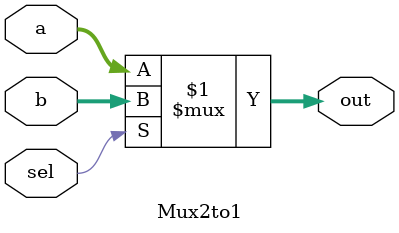
<source format=v>
`timescale 1ns / 1ps

module Mux2to1(
    input [31:0] a,
    input [31:0] b,
    input sel,
    output [31:0] out
    );
    
    // when sel == 0, out = a
    // when sel == 1, out = b
    assign out = sel ? b : a;
endmodule

</source>
